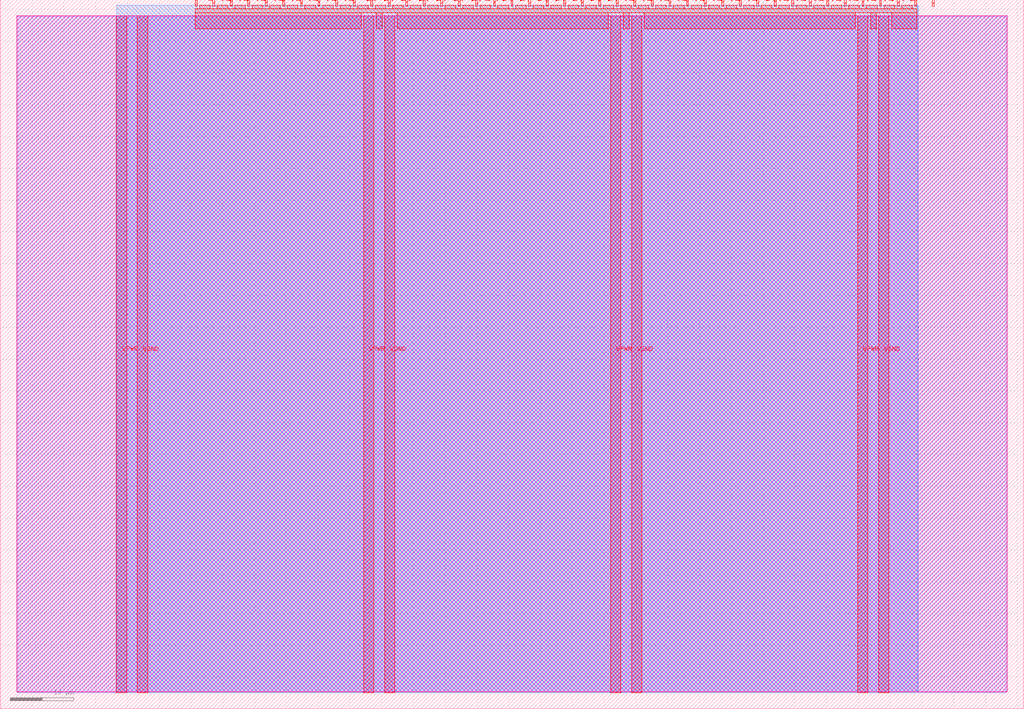
<source format=lef>
VERSION 5.7 ;
  NOWIREEXTENSIONATPIN ON ;
  DIVIDERCHAR "/" ;
  BUSBITCHARS "[]" ;
MACRO tt_um_wokwi_442977503814034433
  CLASS BLOCK ;
  FOREIGN tt_um_wokwi_442977503814034433 ;
  ORIGIN 0.000 0.000 ;
  SIZE 161.000 BY 111.520 ;
  PIN VGND
    DIRECTION INOUT ;
    USE GROUND ;
    PORT
      LAYER met4 ;
        RECT 21.580 2.480 23.180 109.040 ;
    END
    PORT
      LAYER met4 ;
        RECT 60.450 2.480 62.050 109.040 ;
    END
    PORT
      LAYER met4 ;
        RECT 99.320 2.480 100.920 109.040 ;
    END
    PORT
      LAYER met4 ;
        RECT 138.190 2.480 139.790 109.040 ;
    END
  END VGND
  PIN VPWR
    DIRECTION INOUT ;
    USE POWER ;
    PORT
      LAYER met4 ;
        RECT 18.280 2.480 19.880 109.040 ;
    END
    PORT
      LAYER met4 ;
        RECT 57.150 2.480 58.750 109.040 ;
    END
    PORT
      LAYER met4 ;
        RECT 96.020 2.480 97.620 109.040 ;
    END
    PORT
      LAYER met4 ;
        RECT 134.890 2.480 136.490 109.040 ;
    END
  END VPWR
  PIN clk
    DIRECTION INPUT ;
    USE SIGNAL ;
    ANTENNAGATEAREA 0.126000 ;
    PORT
      LAYER met4 ;
        RECT 143.830 110.520 144.130 111.520 ;
    END
  END clk
  PIN ena
    DIRECTION INPUT ;
    USE SIGNAL ;
    PORT
      LAYER met4 ;
        RECT 146.590 110.520 146.890 111.520 ;
    END
  END ena
  PIN rst_n
    DIRECTION INPUT ;
    USE SIGNAL ;
    ANTENNAGATEAREA 0.196500 ;
    PORT
      LAYER met4 ;
        RECT 141.070 110.520 141.370 111.520 ;
    END
  END rst_n
  PIN ui_in[0]
    DIRECTION INPUT ;
    USE SIGNAL ;
    ANTENNAGATEAREA 0.196500 ;
    PORT
      LAYER met4 ;
        RECT 138.310 110.520 138.610 111.520 ;
    END
  END ui_in[0]
  PIN ui_in[1]
    DIRECTION INPUT ;
    USE SIGNAL ;
    ANTENNAGATEAREA 0.196500 ;
    PORT
      LAYER met4 ;
        RECT 135.550 110.520 135.850 111.520 ;
    END
  END ui_in[1]
  PIN ui_in[2]
    DIRECTION INPUT ;
    USE SIGNAL ;
    ANTENNAGATEAREA 0.196500 ;
    PORT
      LAYER met4 ;
        RECT 132.790 110.520 133.090 111.520 ;
    END
  END ui_in[2]
  PIN ui_in[3]
    DIRECTION INPUT ;
    USE SIGNAL ;
    ANTENNAGATEAREA 0.196500 ;
    PORT
      LAYER met4 ;
        RECT 130.030 110.520 130.330 111.520 ;
    END
  END ui_in[3]
  PIN ui_in[4]
    DIRECTION INPUT ;
    USE SIGNAL ;
    ANTENNAGATEAREA 0.196500 ;
    PORT
      LAYER met4 ;
        RECT 127.270 110.520 127.570 111.520 ;
    END
  END ui_in[4]
  PIN ui_in[5]
    DIRECTION INPUT ;
    USE SIGNAL ;
    ANTENNAGATEAREA 0.196500 ;
    PORT
      LAYER met4 ;
        RECT 124.510 110.520 124.810 111.520 ;
    END
  END ui_in[5]
  PIN ui_in[6]
    DIRECTION INPUT ;
    USE SIGNAL ;
    ANTENNAGATEAREA 0.196500 ;
    PORT
      LAYER met4 ;
        RECT 121.750 110.520 122.050 111.520 ;
    END
  END ui_in[6]
  PIN ui_in[7]
    DIRECTION INPUT ;
    USE SIGNAL ;
    ANTENNAGATEAREA 0.196500 ;
    PORT
      LAYER met4 ;
        RECT 118.990 110.520 119.290 111.520 ;
    END
  END ui_in[7]
  PIN uio_in[0]
    DIRECTION INPUT ;
    USE SIGNAL ;
    PORT
      LAYER met4 ;
        RECT 116.230 110.520 116.530 111.520 ;
    END
  END uio_in[0]
  PIN uio_in[1]
    DIRECTION INPUT ;
    USE SIGNAL ;
    PORT
      LAYER met4 ;
        RECT 113.470 110.520 113.770 111.520 ;
    END
  END uio_in[1]
  PIN uio_in[2]
    DIRECTION INPUT ;
    USE SIGNAL ;
    PORT
      LAYER met4 ;
        RECT 110.710 110.520 111.010 111.520 ;
    END
  END uio_in[2]
  PIN uio_in[3]
    DIRECTION INPUT ;
    USE SIGNAL ;
    PORT
      LAYER met4 ;
        RECT 107.950 110.520 108.250 111.520 ;
    END
  END uio_in[3]
  PIN uio_in[4]
    DIRECTION INPUT ;
    USE SIGNAL ;
    PORT
      LAYER met4 ;
        RECT 105.190 110.520 105.490 111.520 ;
    END
  END uio_in[4]
  PIN uio_in[5]
    DIRECTION INPUT ;
    USE SIGNAL ;
    PORT
      LAYER met4 ;
        RECT 102.430 110.520 102.730 111.520 ;
    END
  END uio_in[5]
  PIN uio_in[6]
    DIRECTION INPUT ;
    USE SIGNAL ;
    PORT
      LAYER met4 ;
        RECT 99.670 110.520 99.970 111.520 ;
    END
  END uio_in[6]
  PIN uio_in[7]
    DIRECTION INPUT ;
    USE SIGNAL ;
    PORT
      LAYER met4 ;
        RECT 96.910 110.520 97.210 111.520 ;
    END
  END uio_in[7]
  PIN uio_oe[0]
    DIRECTION OUTPUT ;
    USE SIGNAL ;
    PORT
      LAYER met4 ;
        RECT 49.990 110.520 50.290 111.520 ;
    END
  END uio_oe[0]
  PIN uio_oe[1]
    DIRECTION OUTPUT ;
    USE SIGNAL ;
    PORT
      LAYER met4 ;
        RECT 47.230 110.520 47.530 111.520 ;
    END
  END uio_oe[1]
  PIN uio_oe[2]
    DIRECTION OUTPUT ;
    USE SIGNAL ;
    PORT
      LAYER met4 ;
        RECT 44.470 110.520 44.770 111.520 ;
    END
  END uio_oe[2]
  PIN uio_oe[3]
    DIRECTION OUTPUT ;
    USE SIGNAL ;
    PORT
      LAYER met4 ;
        RECT 41.710 110.520 42.010 111.520 ;
    END
  END uio_oe[3]
  PIN uio_oe[4]
    DIRECTION OUTPUT ;
    USE SIGNAL ;
    PORT
      LAYER met4 ;
        RECT 38.950 110.520 39.250 111.520 ;
    END
  END uio_oe[4]
  PIN uio_oe[5]
    DIRECTION OUTPUT ;
    USE SIGNAL ;
    PORT
      LAYER met4 ;
        RECT 36.190 110.520 36.490 111.520 ;
    END
  END uio_oe[5]
  PIN uio_oe[6]
    DIRECTION OUTPUT ;
    USE SIGNAL ;
    PORT
      LAYER met4 ;
        RECT 33.430 110.520 33.730 111.520 ;
    END
  END uio_oe[6]
  PIN uio_oe[7]
    DIRECTION OUTPUT ;
    USE SIGNAL ;
    PORT
      LAYER met4 ;
        RECT 30.670 110.520 30.970 111.520 ;
    END
  END uio_oe[7]
  PIN uio_out[0]
    DIRECTION OUTPUT ;
    USE SIGNAL ;
    PORT
      LAYER met4 ;
        RECT 72.070 110.520 72.370 111.520 ;
    END
  END uio_out[0]
  PIN uio_out[1]
    DIRECTION OUTPUT ;
    USE SIGNAL ;
    PORT
      LAYER met4 ;
        RECT 69.310 110.520 69.610 111.520 ;
    END
  END uio_out[1]
  PIN uio_out[2]
    DIRECTION OUTPUT ;
    USE SIGNAL ;
    PORT
      LAYER met4 ;
        RECT 66.550 110.520 66.850 111.520 ;
    END
  END uio_out[2]
  PIN uio_out[3]
    DIRECTION OUTPUT ;
    USE SIGNAL ;
    PORT
      LAYER met4 ;
        RECT 63.790 110.520 64.090 111.520 ;
    END
  END uio_out[3]
  PIN uio_out[4]
    DIRECTION OUTPUT ;
    USE SIGNAL ;
    PORT
      LAYER met4 ;
        RECT 61.030 110.520 61.330 111.520 ;
    END
  END uio_out[4]
  PIN uio_out[5]
    DIRECTION OUTPUT ;
    USE SIGNAL ;
    PORT
      LAYER met4 ;
        RECT 58.270 110.520 58.570 111.520 ;
    END
  END uio_out[5]
  PIN uio_out[6]
    DIRECTION OUTPUT ;
    USE SIGNAL ;
    PORT
      LAYER met4 ;
        RECT 55.510 110.520 55.810 111.520 ;
    END
  END uio_out[6]
  PIN uio_out[7]
    DIRECTION OUTPUT ;
    USE SIGNAL ;
    PORT
      LAYER met4 ;
        RECT 52.750 110.520 53.050 111.520 ;
    END
  END uio_out[7]
  PIN uo_out[0]
    DIRECTION OUTPUT ;
    USE SIGNAL ;
    ANTENNADIFFAREA 0.445500 ;
    PORT
      LAYER met4 ;
        RECT 94.150 110.520 94.450 111.520 ;
    END
  END uo_out[0]
  PIN uo_out[1]
    DIRECTION OUTPUT ;
    USE SIGNAL ;
    ANTENNADIFFAREA 0.445500 ;
    PORT
      LAYER met4 ;
        RECT 91.390 110.520 91.690 111.520 ;
    END
  END uo_out[1]
  PIN uo_out[2]
    DIRECTION OUTPUT ;
    USE SIGNAL ;
    ANTENNADIFFAREA 0.445500 ;
    PORT
      LAYER met4 ;
        RECT 88.630 110.520 88.930 111.520 ;
    END
  END uo_out[2]
  PIN uo_out[3]
    DIRECTION OUTPUT ;
    USE SIGNAL ;
    ANTENNADIFFAREA 0.445500 ;
    PORT
      LAYER met4 ;
        RECT 85.870 110.520 86.170 111.520 ;
    END
  END uo_out[3]
  PIN uo_out[4]
    DIRECTION OUTPUT ;
    USE SIGNAL ;
    ANTENNADIFFAREA 0.445500 ;
    PORT
      LAYER met4 ;
        RECT 83.110 110.520 83.410 111.520 ;
    END
  END uo_out[4]
  PIN uo_out[5]
    DIRECTION OUTPUT ;
    USE SIGNAL ;
    ANTENNADIFFAREA 0.445500 ;
    PORT
      LAYER met4 ;
        RECT 80.350 110.520 80.650 111.520 ;
    END
  END uo_out[5]
  PIN uo_out[6]
    DIRECTION OUTPUT ;
    USE SIGNAL ;
    ANTENNADIFFAREA 0.445500 ;
    PORT
      LAYER met4 ;
        RECT 77.590 110.520 77.890 111.520 ;
    END
  END uo_out[6]
  PIN uo_out[7]
    DIRECTION OUTPUT ;
    USE SIGNAL ;
    ANTENNADIFFAREA 0.445500 ;
    PORT
      LAYER met4 ;
        RECT 74.830 110.520 75.130 111.520 ;
    END
  END uo_out[7]
  OBS
      LAYER nwell ;
        RECT 2.570 2.635 158.430 108.990 ;
      LAYER li1 ;
        RECT 2.760 2.635 158.240 108.885 ;
      LAYER met1 ;
        RECT 2.760 2.480 158.240 109.040 ;
      LAYER met2 ;
        RECT 18.310 2.535 144.350 110.685 ;
      LAYER met3 ;
        RECT 18.290 2.555 144.375 110.665 ;
      LAYER met4 ;
        RECT 31.370 110.120 33.030 110.665 ;
        RECT 34.130 110.120 35.790 110.665 ;
        RECT 36.890 110.120 38.550 110.665 ;
        RECT 39.650 110.120 41.310 110.665 ;
        RECT 42.410 110.120 44.070 110.665 ;
        RECT 45.170 110.120 46.830 110.665 ;
        RECT 47.930 110.120 49.590 110.665 ;
        RECT 50.690 110.120 52.350 110.665 ;
        RECT 53.450 110.120 55.110 110.665 ;
        RECT 56.210 110.120 57.870 110.665 ;
        RECT 58.970 110.120 60.630 110.665 ;
        RECT 61.730 110.120 63.390 110.665 ;
        RECT 64.490 110.120 66.150 110.665 ;
        RECT 67.250 110.120 68.910 110.665 ;
        RECT 70.010 110.120 71.670 110.665 ;
        RECT 72.770 110.120 74.430 110.665 ;
        RECT 75.530 110.120 77.190 110.665 ;
        RECT 78.290 110.120 79.950 110.665 ;
        RECT 81.050 110.120 82.710 110.665 ;
        RECT 83.810 110.120 85.470 110.665 ;
        RECT 86.570 110.120 88.230 110.665 ;
        RECT 89.330 110.120 90.990 110.665 ;
        RECT 92.090 110.120 93.750 110.665 ;
        RECT 94.850 110.120 96.510 110.665 ;
        RECT 97.610 110.120 99.270 110.665 ;
        RECT 100.370 110.120 102.030 110.665 ;
        RECT 103.130 110.120 104.790 110.665 ;
        RECT 105.890 110.120 107.550 110.665 ;
        RECT 108.650 110.120 110.310 110.665 ;
        RECT 111.410 110.120 113.070 110.665 ;
        RECT 114.170 110.120 115.830 110.665 ;
        RECT 116.930 110.120 118.590 110.665 ;
        RECT 119.690 110.120 121.350 110.665 ;
        RECT 122.450 110.120 124.110 110.665 ;
        RECT 125.210 110.120 126.870 110.665 ;
        RECT 127.970 110.120 129.630 110.665 ;
        RECT 130.730 110.120 132.390 110.665 ;
        RECT 133.490 110.120 135.150 110.665 ;
        RECT 136.250 110.120 137.910 110.665 ;
        RECT 139.010 110.120 140.670 110.665 ;
        RECT 141.770 110.120 143.430 110.665 ;
        RECT 30.655 109.440 144.145 110.120 ;
        RECT 30.655 106.935 56.750 109.440 ;
        RECT 59.150 106.935 60.050 109.440 ;
        RECT 62.450 106.935 95.620 109.440 ;
        RECT 98.020 106.935 98.920 109.440 ;
        RECT 101.320 106.935 134.490 109.440 ;
        RECT 136.890 106.935 137.790 109.440 ;
        RECT 140.190 106.935 144.145 109.440 ;
  END
END tt_um_wokwi_442977503814034433
END LIBRARY


</source>
